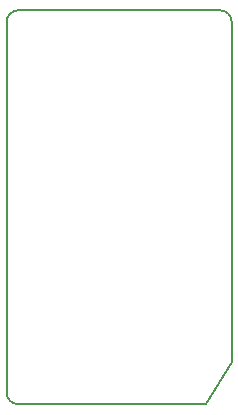
<source format=gbo>
G04 #@! TF.FileFunction,Legend,Bot*
%FSLAX46Y46*%
G04 Gerber Fmt 4.6, Leading zero omitted, Abs format (unit mm)*
G04 Created by KiCad (PCBNEW 4.0.6) date 03/31/18 20:17:10*
%MOMM*%
%LPD*%
G01*
G04 APERTURE LIST*
%ADD10C,0.100000*%
%ADD11C,0.150000*%
G04 APERTURE END LIST*
D10*
D11*
X108280000Y-61650000D02*
G75*
G02X109280000Y-62650000I0J-1000000D01*
G01*
X90220000Y-94000000D02*
G75*
G03X91220000Y-95000000I1000000J0D01*
G01*
X91220000Y-61650000D02*
G75*
G03X90220000Y-62650000I0J-1000000D01*
G01*
X109280000Y-91400000D02*
X107130000Y-95000000D01*
X107130000Y-95000000D02*
X91220000Y-95000000D01*
X90220000Y-94000000D02*
X90220000Y-62650000D01*
X91220000Y-61650000D02*
X108280000Y-61650000D01*
X109280000Y-62650000D02*
X109280000Y-91400000D01*
M02*

</source>
